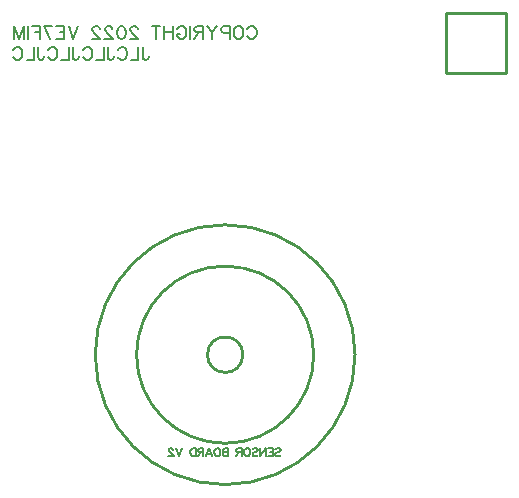
<source format=gbo>
G04 Layer: BottomSilkscreenLayer*
G04 Panelize: , Column: 2, Row: 2, Board Size: 58.42mm x 58.42mm, Panelized Board Size: 118.84mm x 118.84mm*
G04 EasyEDA v6.5.34, 2023-09-08 22:52:23*
G04 25f9ab1a57db4546acea81688240381b,5a6b42c53f6a479593ecc07194224c93,10*
G04 Gerber Generator version 0.2*
G04 Scale: 100 percent, Rotated: No, Reflected: No *
G04 Dimensions in millimeters *
G04 leading zeros omitted , absolute positions ,4 integer and 5 decimal *
%FSLAX45Y45*%
%MOMM*%

%ADD10C,0.1520*%
%ADD11C,0.1524*%
%ADD12C,0.2032*%
%ADD13C,0.2540*%

%LPD*%
D10*
X1878444Y5423938D02*
G01*
X1878444Y5340812D01*
X1883641Y5325224D01*
X1888835Y5320029D01*
X1899226Y5314835D01*
X1909617Y5314835D01*
X1920008Y5320029D01*
X1925205Y5325224D01*
X1930400Y5340812D01*
X1930400Y5351203D01*
X1844154Y5423938D02*
G01*
X1844154Y5314835D01*
X1844154Y5314835D02*
G01*
X1781810Y5314835D01*
X1669587Y5397962D02*
G01*
X1674784Y5408353D01*
X1685175Y5418744D01*
X1695564Y5423938D01*
X1716346Y5423938D01*
X1726737Y5418744D01*
X1737128Y5408353D01*
X1742325Y5397962D01*
X1747520Y5382374D01*
X1747520Y5356397D01*
X1742325Y5340812D01*
X1737128Y5330421D01*
X1726737Y5320029D01*
X1716346Y5314835D01*
X1695564Y5314835D01*
X1685175Y5320029D01*
X1674784Y5330421D01*
X1669587Y5340812D01*
X1583344Y5423938D02*
G01*
X1583344Y5340812D01*
X1588538Y5325224D01*
X1593735Y5320029D01*
X1604124Y5314835D01*
X1614515Y5314835D01*
X1624906Y5320029D01*
X1630103Y5325224D01*
X1635297Y5340812D01*
X1635297Y5351203D01*
X1549054Y5423938D02*
G01*
X1549054Y5314835D01*
X1549054Y5314835D02*
G01*
X1486707Y5314835D01*
X1374485Y5397962D02*
G01*
X1379682Y5408353D01*
X1390073Y5418744D01*
X1400464Y5423938D01*
X1421244Y5423938D01*
X1431635Y5418744D01*
X1442026Y5408353D01*
X1447223Y5397962D01*
X1452417Y5382374D01*
X1452417Y5356397D01*
X1447223Y5340812D01*
X1442026Y5330421D01*
X1431635Y5320029D01*
X1421244Y5314835D01*
X1400464Y5314835D01*
X1390073Y5320029D01*
X1379682Y5330421D01*
X1374485Y5340812D01*
X1288242Y5423938D02*
G01*
X1288242Y5340812D01*
X1293436Y5325224D01*
X1298633Y5320029D01*
X1309024Y5314835D01*
X1319415Y5314835D01*
X1329804Y5320029D01*
X1335001Y5325224D01*
X1340195Y5340812D01*
X1340195Y5351203D01*
X1253952Y5423938D02*
G01*
X1253952Y5314835D01*
X1253952Y5314835D02*
G01*
X1191605Y5314835D01*
X1079385Y5397962D02*
G01*
X1084579Y5408353D01*
X1094971Y5418744D01*
X1105362Y5423938D01*
X1126144Y5423938D01*
X1136535Y5418744D01*
X1146924Y5408353D01*
X1152121Y5397962D01*
X1157315Y5382374D01*
X1157315Y5356397D01*
X1152121Y5340812D01*
X1146924Y5330421D01*
X1136535Y5320029D01*
X1126144Y5314835D01*
X1105362Y5314835D01*
X1094971Y5320029D01*
X1084579Y5330421D01*
X1079385Y5340812D01*
X993139Y5423938D02*
G01*
X993139Y5340812D01*
X998334Y5325224D01*
X1003531Y5320029D01*
X1013922Y5314835D01*
X1024313Y5314835D01*
X1034704Y5320029D01*
X1039898Y5325224D01*
X1045095Y5340812D01*
X1045095Y5351203D01*
X958850Y5423938D02*
G01*
X958850Y5314835D01*
X958850Y5314835D02*
G01*
X896505Y5314835D01*
X784283Y5397962D02*
G01*
X789477Y5408353D01*
X799868Y5418744D01*
X810260Y5423938D01*
X831042Y5423938D01*
X841433Y5418744D01*
X851824Y5408353D01*
X857018Y5397962D01*
X862215Y5382374D01*
X862215Y5356397D01*
X857018Y5340812D01*
X851824Y5330421D01*
X841433Y5320029D01*
X831042Y5314835D01*
X810260Y5314835D01*
X799868Y5320029D01*
X789477Y5330421D01*
X784283Y5340812D01*
D11*
X2766822Y5575807D02*
G01*
X2772156Y5586221D01*
X2782570Y5596636D01*
X2792729Y5601715D01*
X2813558Y5601715D01*
X2823972Y5596636D01*
X2834386Y5586221D01*
X2839720Y5575807D01*
X2844800Y5560060D01*
X2844800Y5534152D01*
X2839720Y5518657D01*
X2834386Y5508244D01*
X2823972Y5497829D01*
X2813558Y5492750D01*
X2792729Y5492750D01*
X2782570Y5497829D01*
X2772156Y5508244D01*
X2766822Y5518657D01*
X2701290Y5601715D02*
G01*
X2711704Y5596636D01*
X2722118Y5586221D01*
X2727452Y5575807D01*
X2732531Y5560060D01*
X2732531Y5534152D01*
X2727452Y5518657D01*
X2722118Y5508244D01*
X2711704Y5497829D01*
X2701290Y5492750D01*
X2680715Y5492750D01*
X2670302Y5497829D01*
X2659888Y5508244D01*
X2654554Y5518657D01*
X2649474Y5534152D01*
X2649474Y5560060D01*
X2654554Y5575807D01*
X2659888Y5586221D01*
X2670302Y5596636D01*
X2680715Y5601715D01*
X2701290Y5601715D01*
X2615184Y5601715D02*
G01*
X2615184Y5492750D01*
X2615184Y5601715D02*
G01*
X2568447Y5601715D01*
X2552700Y5596636D01*
X2547620Y5591302D01*
X2542540Y5580887D01*
X2542540Y5565394D01*
X2547620Y5554979D01*
X2552700Y5549900D01*
X2568447Y5544565D01*
X2615184Y5544565D01*
X2508250Y5601715D02*
G01*
X2466593Y5549900D01*
X2466593Y5492750D01*
X2424938Y5601715D02*
G01*
X2466593Y5549900D01*
X2390647Y5601715D02*
G01*
X2390647Y5492750D01*
X2390647Y5601715D02*
G01*
X2343911Y5601715D01*
X2328418Y5596636D01*
X2323084Y5591302D01*
X2318004Y5580887D01*
X2318004Y5570473D01*
X2323084Y5560060D01*
X2328418Y5554979D01*
X2343911Y5549900D01*
X2390647Y5549900D01*
X2354325Y5549900D02*
G01*
X2318004Y5492750D01*
X2283713Y5601715D02*
G01*
X2283713Y5492750D01*
X2171445Y5575807D02*
G01*
X2176779Y5586221D01*
X2186940Y5596636D01*
X2197354Y5601715D01*
X2218181Y5601715D01*
X2228595Y5596636D01*
X2239009Y5586221D01*
X2244090Y5575807D01*
X2249424Y5560060D01*
X2249424Y5534152D01*
X2244090Y5518657D01*
X2239009Y5508244D01*
X2228595Y5497829D01*
X2218181Y5492750D01*
X2197354Y5492750D01*
X2186940Y5497829D01*
X2176779Y5508244D01*
X2171445Y5518657D01*
X2171445Y5534152D01*
X2197354Y5534152D02*
G01*
X2171445Y5534152D01*
X2137156Y5601715D02*
G01*
X2137156Y5492750D01*
X2064511Y5601715D02*
G01*
X2064511Y5492750D01*
X2137156Y5549900D02*
G01*
X2064511Y5549900D01*
X1993900Y5601715D02*
G01*
X1993900Y5492750D01*
X2030222Y5601715D02*
G01*
X1957324Y5601715D01*
X1837944Y5575807D02*
G01*
X1837944Y5580887D01*
X1832610Y5591302D01*
X1827529Y5596636D01*
X1817115Y5601715D01*
X1796287Y5601715D01*
X1785873Y5596636D01*
X1780794Y5591302D01*
X1775460Y5580887D01*
X1775460Y5570473D01*
X1780794Y5560060D01*
X1791207Y5544565D01*
X1843023Y5492750D01*
X1770379Y5492750D01*
X1704847Y5601715D02*
G01*
X1720595Y5596636D01*
X1731010Y5580887D01*
X1736089Y5554979D01*
X1736089Y5539486D01*
X1731010Y5513323D01*
X1720595Y5497829D01*
X1704847Y5492750D01*
X1694434Y5492750D01*
X1678939Y5497829D01*
X1668526Y5513323D01*
X1663445Y5539486D01*
X1663445Y5554979D01*
X1668526Y5580887D01*
X1678939Y5596636D01*
X1694434Y5601715D01*
X1704847Y5601715D01*
X1623821Y5575807D02*
G01*
X1623821Y5580887D01*
X1618742Y5591302D01*
X1613407Y5596636D01*
X1602994Y5601715D01*
X1582420Y5601715D01*
X1572005Y5596636D01*
X1566671Y5591302D01*
X1561592Y5580887D01*
X1561592Y5570473D01*
X1566671Y5560060D01*
X1577086Y5544565D01*
X1629155Y5492750D01*
X1556257Y5492750D01*
X1516887Y5575807D02*
G01*
X1516887Y5580887D01*
X1511554Y5591302D01*
X1506473Y5596636D01*
X1496060Y5601715D01*
X1475231Y5601715D01*
X1464818Y5596636D01*
X1459737Y5591302D01*
X1454404Y5580887D01*
X1454404Y5570473D01*
X1459737Y5560060D01*
X1470152Y5544565D01*
X1521968Y5492750D01*
X1449323Y5492750D01*
X1335023Y5601715D02*
G01*
X1293368Y5492750D01*
X1251965Y5601715D02*
G01*
X1293368Y5492750D01*
X1217676Y5601715D02*
G01*
X1217676Y5492750D01*
X1217676Y5601715D02*
G01*
X1150112Y5601715D01*
X1217676Y5549900D02*
G01*
X1176020Y5549900D01*
X1217676Y5492750D02*
G01*
X1150112Y5492750D01*
X1042923Y5601715D02*
G01*
X1094994Y5492750D01*
X1115821Y5601715D02*
G01*
X1042923Y5601715D01*
X1008634Y5601715D02*
G01*
X1008634Y5492750D01*
X1008634Y5601715D02*
G01*
X941070Y5601715D01*
X1008634Y5549900D02*
G01*
X967231Y5549900D01*
X906779Y5601715D02*
G01*
X906779Y5492750D01*
X872489Y5601715D02*
G01*
X872489Y5492750D01*
X872489Y5601715D02*
G01*
X831087Y5492750D01*
X789431Y5601715D02*
G01*
X831087Y5492750D01*
X789431Y5601715D02*
G01*
X789431Y5492750D01*
D12*
X3003440Y2016889D02*
G01*
X3009806Y2023252D01*
X3019351Y2026434D01*
X3032079Y2026434D01*
X3041624Y2023252D01*
X3047987Y2016889D01*
X3047987Y2010524D01*
X3044804Y2004161D01*
X3041624Y2000978D01*
X3035259Y1997796D01*
X3016168Y1991433D01*
X3009806Y1988251D01*
X3006623Y1985070D01*
X3003440Y1978705D01*
X3003440Y1969160D01*
X3009806Y1962797D01*
X3019351Y1959615D01*
X3032079Y1959615D01*
X3041624Y1962797D01*
X3047987Y1969160D01*
X2982442Y2026434D02*
G01*
X2982442Y1959615D01*
X2982442Y2026434D02*
G01*
X2941078Y2026434D01*
X2982442Y1994616D02*
G01*
X2956986Y1994616D01*
X2982442Y1959615D02*
G01*
X2941078Y1959615D01*
X2920077Y2026434D02*
G01*
X2920077Y1959615D01*
X2920077Y2026434D02*
G01*
X2875534Y1959615D01*
X2875534Y2026434D02*
G01*
X2875534Y1959615D01*
X2809986Y2016889D02*
G01*
X2816352Y2023252D01*
X2825897Y2026434D01*
X2838622Y2026434D01*
X2848168Y2023252D01*
X2854533Y2016889D01*
X2854533Y2010524D01*
X2851350Y2004161D01*
X2848168Y2000978D01*
X2841805Y1997796D01*
X2822714Y1991433D01*
X2816352Y1988251D01*
X2813169Y1985070D01*
X2809986Y1978705D01*
X2809986Y1969160D01*
X2816352Y1962797D01*
X2825897Y1959615D01*
X2838622Y1959615D01*
X2848168Y1962797D01*
X2854533Y1969160D01*
X2769895Y2026434D02*
G01*
X2776260Y2023252D01*
X2782623Y2016889D01*
X2785805Y2010524D01*
X2788986Y2000978D01*
X2788986Y1985070D01*
X2785805Y1975525D01*
X2782623Y1969160D01*
X2776260Y1962797D01*
X2769895Y1959615D01*
X2757170Y1959615D01*
X2750804Y1962797D01*
X2744442Y1969160D01*
X2741259Y1975525D01*
X2738079Y1985070D01*
X2738079Y2000978D01*
X2741259Y2010524D01*
X2744442Y2016889D01*
X2750804Y2023252D01*
X2757170Y2026434D01*
X2769895Y2026434D01*
X2717078Y2026434D02*
G01*
X2717078Y1959615D01*
X2717078Y2026434D02*
G01*
X2688442Y2026434D01*
X2678897Y2023252D01*
X2675714Y2020069D01*
X2672532Y2013706D01*
X2672532Y2007341D01*
X2675714Y2000978D01*
X2678897Y1997796D01*
X2688442Y1994616D01*
X2717078Y1994616D01*
X2694805Y1994616D02*
G01*
X2672532Y1959615D01*
X2602532Y2026434D02*
G01*
X2602532Y1959615D01*
X2602532Y2026434D02*
G01*
X2573896Y2026434D01*
X2564350Y2023252D01*
X2561168Y2020069D01*
X2557988Y2013706D01*
X2557988Y2007341D01*
X2561168Y2000978D01*
X2564350Y1997796D01*
X2573896Y1994616D01*
X2602532Y1994616D02*
G01*
X2573896Y1994616D01*
X2564350Y1991433D01*
X2561168Y1988251D01*
X2557988Y1981888D01*
X2557988Y1972343D01*
X2561168Y1965980D01*
X2564350Y1962797D01*
X2573896Y1959615D01*
X2602532Y1959615D01*
X2517896Y2026434D02*
G01*
X2524259Y2023252D01*
X2530624Y2016889D01*
X2533804Y2010524D01*
X2536987Y2000978D01*
X2536987Y1985070D01*
X2533804Y1975525D01*
X2530624Y1969160D01*
X2524259Y1962797D01*
X2517896Y1959615D01*
X2505168Y1959615D01*
X2498806Y1962797D01*
X2492441Y1969160D01*
X2489260Y1975525D01*
X2486078Y1985070D01*
X2486078Y2000978D01*
X2489260Y2010524D01*
X2492441Y2016889D01*
X2498806Y2023252D01*
X2505168Y2026434D01*
X2517896Y2026434D01*
X2439624Y2026434D02*
G01*
X2465077Y1959615D01*
X2439624Y2026434D02*
G01*
X2414168Y1959615D01*
X2455532Y1981888D02*
G01*
X2423713Y1981888D01*
X2393170Y2026434D02*
G01*
X2393170Y1959615D01*
X2393170Y2026434D02*
G01*
X2364531Y2026434D01*
X2354986Y2023252D01*
X2351806Y2020069D01*
X2348623Y2013706D01*
X2348623Y2007341D01*
X2351806Y2000978D01*
X2354986Y1997796D01*
X2364531Y1994616D01*
X2393170Y1994616D01*
X2370896Y1994616D02*
G01*
X2348623Y1959615D01*
X2327622Y2026434D02*
G01*
X2327622Y1959615D01*
X2327622Y2026434D02*
G01*
X2305349Y2026434D01*
X2295804Y2023252D01*
X2289441Y2016889D01*
X2286259Y2010524D01*
X2283079Y2000978D01*
X2283079Y1985070D01*
X2286259Y1975525D01*
X2289441Y1969160D01*
X2295804Y1962797D01*
X2305349Y1959615D01*
X2327622Y1959615D01*
X2213079Y2026434D02*
G01*
X2187623Y1959615D01*
X2162169Y2026434D02*
G01*
X2187623Y1959615D01*
X2137986Y2010524D02*
G01*
X2137986Y2013706D01*
X2134806Y2020069D01*
X2131623Y2023252D01*
X2125261Y2026434D01*
X2112533Y2026434D01*
X2106168Y2023252D01*
X2102987Y2020069D01*
X2099805Y2013706D01*
X2099805Y2007341D01*
X2102987Y2000978D01*
X2109350Y1991433D01*
X2141169Y1959615D01*
X2096622Y1959615D01*
D13*
G75*
G01*
X1478087Y2819397D02*
G02*
X3678088Y2819397I1100000J0D01*
G75*
G01*
X3678088Y2819397D02*
G02*
X1478087Y2819397I-1100001J0D01*
G75*
G01
X2728112Y2819400D02*
G03X2728112Y2819400I-150012J0D01*
G75*
G01
X3328111Y2819400D02*
G03X3328111Y2819400I-750011J0D01*
X4445000Y5715000D02*
G01*
X4953000Y5715000D01*
X4953000Y5207000D01*
X4445000Y5207000D01*
X4445000Y5715000D01*
M02*

</source>
